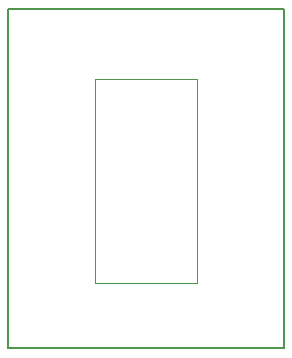
<source format=gbr>
G04 #@! TF.GenerationSoftware,KiCad,Pcbnew,(5.99.0-8366-gd64f1b3b25)*
G04 #@! TF.CreationDate,2021-01-13T01:42:37+02:00*
G04 #@! TF.ProjectId,board,626f6172-642e-46b6-9963-61645f706362,1.0.0*
G04 #@! TF.SameCoordinates,Original*
G04 #@! TF.FileFunction,Profile,NP*
%FSLAX46Y46*%
G04 Gerber Fmt 4.6, Leading zero omitted, Abs format (unit mm)*
G04 Created by KiCad (PCBNEW (5.99.0-8366-gd64f1b3b25)) date 2021-01-13 01:42:37*
%MOMM*%
%LPD*%
G01*
G04 APERTURE LIST*
G04 #@! TA.AperFunction,Profile*
%ADD10C,0.200000*%
G04 #@! TD*
G04 #@! TA.AperFunction,Profile*
%ADD11C,0.120000*%
G04 #@! TD*
G04 APERTURE END LIST*
D10*
X116078000Y-46990000D02*
X139446000Y-46990000D01*
X139446000Y-46990000D02*
X139446000Y-75692000D01*
X139446000Y-75692000D02*
X116078000Y-75692000D01*
X116078000Y-75692000D02*
X116078000Y-46990000D01*
D11*
X132062000Y-52901000D02*
X123462000Y-52901000D01*
X123462000Y-52901000D02*
X123462000Y-70161000D01*
X123462000Y-70161000D02*
X132062000Y-70161000D01*
X132062000Y-70161000D02*
X132062000Y-52901000D01*
M02*

</source>
